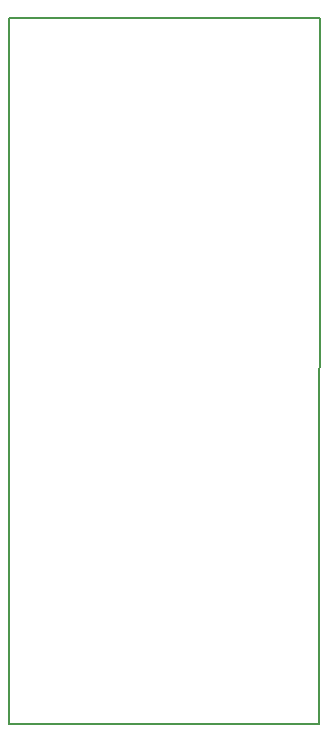
<source format=gbr>
G04 #@! TF.GenerationSoftware,KiCad,Pcbnew,5.0.2-bee76a0~70~ubuntu18.10.1*
G04 #@! TF.CreationDate,2019-03-17T01:28:34+01:00*
G04 #@! TF.ProjectId,27c160 Kickstart,32376331-3630-4204-9b69-636b73746172,rev?*
G04 #@! TF.SameCoordinates,Original*
G04 #@! TF.FileFunction,Profile,NP*
%FSLAX46Y46*%
G04 Gerber Fmt 4.6, Leading zero omitted, Abs format (unit mm)*
G04 Created by KiCad (PCBNEW 5.0.2-bee76a0~70~ubuntu18.10.1) date dom 17 mar 2019 01:28:34 CET*
%MOMM*%
%LPD*%
G01*
G04 APERTURE LIST*
%ADD10C,0.150000*%
G04 APERTURE END LIST*
D10*
X41148000Y-74777600D02*
X14884400Y-74777600D01*
X41198800Y-14986000D02*
X41148000Y-74777600D01*
X14884400Y-14986000D02*
X41198800Y-14986000D01*
X14884400Y-74777600D02*
X14884400Y-14986000D01*
M02*

</source>
